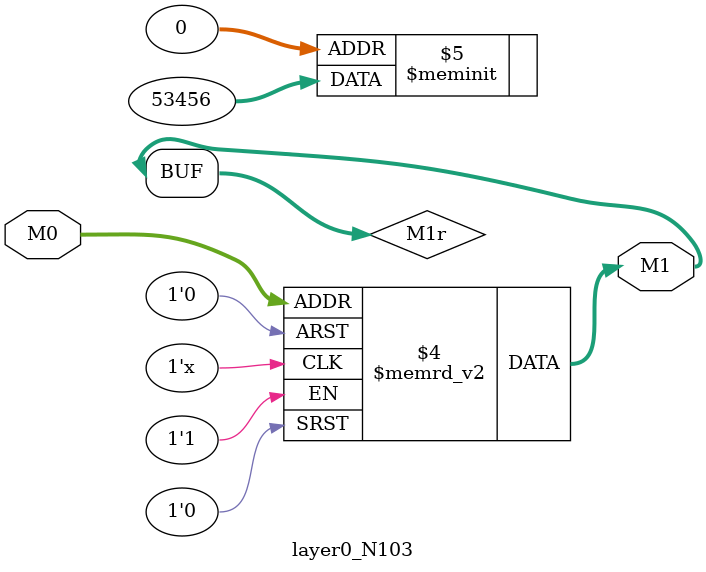
<source format=v>
module layer0_N103 ( input [3:0] M0, output [1:0] M1 );

	(*rom_style = "distributed" *) reg [1:0] M1r;
	assign M1 = M1r;
	always @ (M0) begin
		case (M0)
			4'b0000: M1r = 2'b00;
			4'b1000: M1r = 2'b00;
			4'b0100: M1r = 2'b00;
			4'b1100: M1r = 2'b00;
			4'b0010: M1r = 2'b01;
			4'b1010: M1r = 2'b00;
			4'b0110: M1r = 2'b01;
			4'b1110: M1r = 2'b00;
			4'b0001: M1r = 2'b00;
			4'b1001: M1r = 2'b00;
			4'b0101: M1r = 2'b00;
			4'b1101: M1r = 2'b00;
			4'b0011: M1r = 2'b11;
			4'b1011: M1r = 2'b00;
			4'b0111: M1r = 2'b11;
			4'b1111: M1r = 2'b00;

		endcase
	end
endmodule

</source>
